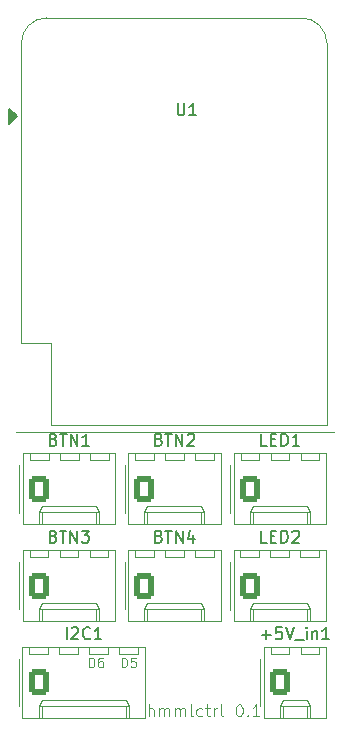
<source format=gto>
G04 #@! TF.GenerationSoftware,KiCad,Pcbnew,8.0.4*
G04 #@! TF.CreationDate,2024-07-25T20:39:47+02:00*
G04 #@! TF.ProjectId,hmmctrl,686d6d63-7472-46c2-9e6b-696361645f70,rev?*
G04 #@! TF.SameCoordinates,Original*
G04 #@! TF.FileFunction,Legend,Top*
G04 #@! TF.FilePolarity,Positive*
%FSLAX46Y46*%
G04 Gerber Fmt 4.6, Leading zero omitted, Abs format (unit mm)*
G04 Created by KiCad (PCBNEW 8.0.4) date 2024-07-25 20:39:47*
%MOMM*%
%LPD*%
G01*
G04 APERTURE LIST*
G04 Aperture macros list*
%AMRoundRect*
0 Rectangle with rounded corners*
0 $1 Rounding radius*
0 $2 $3 $4 $5 $6 $7 $8 $9 X,Y pos of 4 corners*
0 Add a 4 corners polygon primitive as box body*
4,1,4,$2,$3,$4,$5,$6,$7,$8,$9,$2,$3,0*
0 Add four circle primitives for the rounded corners*
1,1,$1+$1,$2,$3*
1,1,$1+$1,$4,$5*
1,1,$1+$1,$6,$7*
1,1,$1+$1,$8,$9*
0 Add four rect primitives between the rounded corners*
20,1,$1+$1,$2,$3,$4,$5,0*
20,1,$1+$1,$4,$5,$6,$7,0*
20,1,$1+$1,$6,$7,$8,$9,0*
20,1,$1+$1,$8,$9,$2,$3,0*%
G04 Aperture macros list end*
%ADD10C,0.100000*%
%ADD11C,0.150000*%
%ADD12C,0.120000*%
%ADD13RoundRect,0.250000X-0.620000X-0.845000X0.620000X-0.845000X0.620000X0.845000X-0.620000X0.845000X0*%
%ADD14O,1.740000X2.190000*%
%ADD15R,2.000000X2.000000*%
%ADD16O,2.000000X1.600000*%
%ADD17C,0.600000*%
G04 APERTURE END LIST*
D10*
X100033884Y-89092419D02*
X100033884Y-88092419D01*
X100462455Y-89092419D02*
X100462455Y-88568609D01*
X100462455Y-88568609D02*
X100414836Y-88473371D01*
X100414836Y-88473371D02*
X100319598Y-88425752D01*
X100319598Y-88425752D02*
X100176741Y-88425752D01*
X100176741Y-88425752D02*
X100081503Y-88473371D01*
X100081503Y-88473371D02*
X100033884Y-88520990D01*
X100938646Y-89092419D02*
X100938646Y-88425752D01*
X100938646Y-88520990D02*
X100986265Y-88473371D01*
X100986265Y-88473371D02*
X101081503Y-88425752D01*
X101081503Y-88425752D02*
X101224360Y-88425752D01*
X101224360Y-88425752D02*
X101319598Y-88473371D01*
X101319598Y-88473371D02*
X101367217Y-88568609D01*
X101367217Y-88568609D02*
X101367217Y-89092419D01*
X101367217Y-88568609D02*
X101414836Y-88473371D01*
X101414836Y-88473371D02*
X101510074Y-88425752D01*
X101510074Y-88425752D02*
X101652931Y-88425752D01*
X101652931Y-88425752D02*
X101748170Y-88473371D01*
X101748170Y-88473371D02*
X101795789Y-88568609D01*
X101795789Y-88568609D02*
X101795789Y-89092419D01*
X102271979Y-89092419D02*
X102271979Y-88425752D01*
X102271979Y-88520990D02*
X102319598Y-88473371D01*
X102319598Y-88473371D02*
X102414836Y-88425752D01*
X102414836Y-88425752D02*
X102557693Y-88425752D01*
X102557693Y-88425752D02*
X102652931Y-88473371D01*
X102652931Y-88473371D02*
X102700550Y-88568609D01*
X102700550Y-88568609D02*
X102700550Y-89092419D01*
X102700550Y-88568609D02*
X102748169Y-88473371D01*
X102748169Y-88473371D02*
X102843407Y-88425752D01*
X102843407Y-88425752D02*
X102986264Y-88425752D01*
X102986264Y-88425752D02*
X103081503Y-88473371D01*
X103081503Y-88473371D02*
X103129122Y-88568609D01*
X103129122Y-88568609D02*
X103129122Y-89092419D01*
X103748169Y-89092419D02*
X103652931Y-89044800D01*
X103652931Y-89044800D02*
X103605312Y-88949561D01*
X103605312Y-88949561D02*
X103605312Y-88092419D01*
X104557693Y-89044800D02*
X104462455Y-89092419D01*
X104462455Y-89092419D02*
X104271979Y-89092419D01*
X104271979Y-89092419D02*
X104176741Y-89044800D01*
X104176741Y-89044800D02*
X104129122Y-88997180D01*
X104129122Y-88997180D02*
X104081503Y-88901942D01*
X104081503Y-88901942D02*
X104081503Y-88616228D01*
X104081503Y-88616228D02*
X104129122Y-88520990D01*
X104129122Y-88520990D02*
X104176741Y-88473371D01*
X104176741Y-88473371D02*
X104271979Y-88425752D01*
X104271979Y-88425752D02*
X104462455Y-88425752D01*
X104462455Y-88425752D02*
X104557693Y-88473371D01*
X104843408Y-88425752D02*
X105224360Y-88425752D01*
X104986265Y-88092419D02*
X104986265Y-88949561D01*
X104986265Y-88949561D02*
X105033884Y-89044800D01*
X105033884Y-89044800D02*
X105129122Y-89092419D01*
X105129122Y-89092419D02*
X105224360Y-89092419D01*
X105557694Y-89092419D02*
X105557694Y-88425752D01*
X105557694Y-88616228D02*
X105605313Y-88520990D01*
X105605313Y-88520990D02*
X105652932Y-88473371D01*
X105652932Y-88473371D02*
X105748170Y-88425752D01*
X105748170Y-88425752D02*
X105843408Y-88425752D01*
X106319599Y-89092419D02*
X106224361Y-89044800D01*
X106224361Y-89044800D02*
X106176742Y-88949561D01*
X106176742Y-88949561D02*
X106176742Y-88092419D01*
X107652933Y-88092419D02*
X107748171Y-88092419D01*
X107748171Y-88092419D02*
X107843409Y-88140038D01*
X107843409Y-88140038D02*
X107891028Y-88187657D01*
X107891028Y-88187657D02*
X107938647Y-88282895D01*
X107938647Y-88282895D02*
X107986266Y-88473371D01*
X107986266Y-88473371D02*
X107986266Y-88711466D01*
X107986266Y-88711466D02*
X107938647Y-88901942D01*
X107938647Y-88901942D02*
X107891028Y-88997180D01*
X107891028Y-88997180D02*
X107843409Y-89044800D01*
X107843409Y-89044800D02*
X107748171Y-89092419D01*
X107748171Y-89092419D02*
X107652933Y-89092419D01*
X107652933Y-89092419D02*
X107557695Y-89044800D01*
X107557695Y-89044800D02*
X107510076Y-88997180D01*
X107510076Y-88997180D02*
X107462457Y-88901942D01*
X107462457Y-88901942D02*
X107414838Y-88711466D01*
X107414838Y-88711466D02*
X107414838Y-88473371D01*
X107414838Y-88473371D02*
X107462457Y-88282895D01*
X107462457Y-88282895D02*
X107510076Y-88187657D01*
X107510076Y-88187657D02*
X107557695Y-88140038D01*
X107557695Y-88140038D02*
X107652933Y-88092419D01*
X108414838Y-88997180D02*
X108462457Y-89044800D01*
X108462457Y-89044800D02*
X108414838Y-89092419D01*
X108414838Y-89092419D02*
X108367219Y-89044800D01*
X108367219Y-89044800D02*
X108414838Y-88997180D01*
X108414838Y-88997180D02*
X108414838Y-89092419D01*
X109414837Y-89092419D02*
X108843409Y-89092419D01*
X109129123Y-89092419D02*
X109129123Y-88092419D01*
X109129123Y-88092419D02*
X109033885Y-88235276D01*
X109033885Y-88235276D02*
X108938647Y-88330514D01*
X108938647Y-88330514D02*
X108843409Y-88378133D01*
X88800000Y-65000000D02*
X115700000Y-65000000D01*
D11*
X93087619Y-82564819D02*
X93087619Y-81564819D01*
X93516190Y-81660057D02*
X93563809Y-81612438D01*
X93563809Y-81612438D02*
X93659047Y-81564819D01*
X93659047Y-81564819D02*
X93897142Y-81564819D01*
X93897142Y-81564819D02*
X93992380Y-81612438D01*
X93992380Y-81612438D02*
X94039999Y-81660057D01*
X94039999Y-81660057D02*
X94087618Y-81755295D01*
X94087618Y-81755295D02*
X94087618Y-81850533D01*
X94087618Y-81850533D02*
X94039999Y-81993390D01*
X94039999Y-81993390D02*
X93468571Y-82564819D01*
X93468571Y-82564819D02*
X94087618Y-82564819D01*
X95087618Y-82469580D02*
X95039999Y-82517200D01*
X95039999Y-82517200D02*
X94897142Y-82564819D01*
X94897142Y-82564819D02*
X94801904Y-82564819D01*
X94801904Y-82564819D02*
X94659047Y-82517200D01*
X94659047Y-82517200D02*
X94563809Y-82421961D01*
X94563809Y-82421961D02*
X94516190Y-82326723D01*
X94516190Y-82326723D02*
X94468571Y-82136247D01*
X94468571Y-82136247D02*
X94468571Y-81993390D01*
X94468571Y-81993390D02*
X94516190Y-81802914D01*
X94516190Y-81802914D02*
X94563809Y-81707676D01*
X94563809Y-81707676D02*
X94659047Y-81612438D01*
X94659047Y-81612438D02*
X94801904Y-81564819D01*
X94801904Y-81564819D02*
X94897142Y-81564819D01*
X94897142Y-81564819D02*
X95039999Y-81612438D01*
X95039999Y-81612438D02*
X95087618Y-81660057D01*
X96039999Y-82564819D02*
X95468571Y-82564819D01*
X95754285Y-82564819D02*
X95754285Y-81564819D01*
X95754285Y-81564819D02*
X95659047Y-81707676D01*
X95659047Y-81707676D02*
X95563809Y-81802914D01*
X95563809Y-81802914D02*
X95468571Y-81850533D01*
D10*
X94986265Y-84926895D02*
X94986265Y-84126895D01*
X94986265Y-84126895D02*
X95176741Y-84126895D01*
X95176741Y-84126895D02*
X95291027Y-84164990D01*
X95291027Y-84164990D02*
X95367217Y-84241180D01*
X95367217Y-84241180D02*
X95405312Y-84317371D01*
X95405312Y-84317371D02*
X95443408Y-84469752D01*
X95443408Y-84469752D02*
X95443408Y-84584038D01*
X95443408Y-84584038D02*
X95405312Y-84736419D01*
X95405312Y-84736419D02*
X95367217Y-84812609D01*
X95367217Y-84812609D02*
X95291027Y-84888800D01*
X95291027Y-84888800D02*
X95176741Y-84926895D01*
X95176741Y-84926895D02*
X94986265Y-84926895D01*
X96129122Y-84126895D02*
X95976741Y-84126895D01*
X95976741Y-84126895D02*
X95900550Y-84164990D01*
X95900550Y-84164990D02*
X95862455Y-84203085D01*
X95862455Y-84203085D02*
X95786265Y-84317371D01*
X95786265Y-84317371D02*
X95748169Y-84469752D01*
X95748169Y-84469752D02*
X95748169Y-84774514D01*
X95748169Y-84774514D02*
X95786265Y-84850704D01*
X95786265Y-84850704D02*
X95824360Y-84888800D01*
X95824360Y-84888800D02*
X95900550Y-84926895D01*
X95900550Y-84926895D02*
X96052931Y-84926895D01*
X96052931Y-84926895D02*
X96129122Y-84888800D01*
X96129122Y-84888800D02*
X96167217Y-84850704D01*
X96167217Y-84850704D02*
X96205312Y-84774514D01*
X96205312Y-84774514D02*
X96205312Y-84584038D01*
X96205312Y-84584038D02*
X96167217Y-84507847D01*
X96167217Y-84507847D02*
X96129122Y-84469752D01*
X96129122Y-84469752D02*
X96052931Y-84431657D01*
X96052931Y-84431657D02*
X95900550Y-84431657D01*
X95900550Y-84431657D02*
X95824360Y-84469752D01*
X95824360Y-84469752D02*
X95786265Y-84507847D01*
X95786265Y-84507847D02*
X95748169Y-84584038D01*
X97767218Y-84926895D02*
X97767218Y-84126895D01*
X97767218Y-84126895D02*
X97957694Y-84126895D01*
X97957694Y-84126895D02*
X98071980Y-84164990D01*
X98071980Y-84164990D02*
X98148170Y-84241180D01*
X98148170Y-84241180D02*
X98186265Y-84317371D01*
X98186265Y-84317371D02*
X98224361Y-84469752D01*
X98224361Y-84469752D02*
X98224361Y-84584038D01*
X98224361Y-84584038D02*
X98186265Y-84736419D01*
X98186265Y-84736419D02*
X98148170Y-84812609D01*
X98148170Y-84812609D02*
X98071980Y-84888800D01*
X98071980Y-84888800D02*
X97957694Y-84926895D01*
X97957694Y-84926895D02*
X97767218Y-84926895D01*
X98948170Y-84126895D02*
X98567218Y-84126895D01*
X98567218Y-84126895D02*
X98529122Y-84507847D01*
X98529122Y-84507847D02*
X98567218Y-84469752D01*
X98567218Y-84469752D02*
X98643408Y-84431657D01*
X98643408Y-84431657D02*
X98833884Y-84431657D01*
X98833884Y-84431657D02*
X98910075Y-84469752D01*
X98910075Y-84469752D02*
X98948170Y-84507847D01*
X98948170Y-84507847D02*
X98986265Y-84584038D01*
X98986265Y-84584038D02*
X98986265Y-84774514D01*
X98986265Y-84774514D02*
X98948170Y-84850704D01*
X98948170Y-84850704D02*
X98910075Y-84888800D01*
X98910075Y-84888800D02*
X98833884Y-84926895D01*
X98833884Y-84926895D02*
X98643408Y-84926895D01*
X98643408Y-84926895D02*
X98567218Y-84888800D01*
X98567218Y-84888800D02*
X98529122Y-84850704D01*
D11*
X91990476Y-65661009D02*
X92133333Y-65708628D01*
X92133333Y-65708628D02*
X92180952Y-65756247D01*
X92180952Y-65756247D02*
X92228571Y-65851485D01*
X92228571Y-65851485D02*
X92228571Y-65994342D01*
X92228571Y-65994342D02*
X92180952Y-66089580D01*
X92180952Y-66089580D02*
X92133333Y-66137200D01*
X92133333Y-66137200D02*
X92038095Y-66184819D01*
X92038095Y-66184819D02*
X91657143Y-66184819D01*
X91657143Y-66184819D02*
X91657143Y-65184819D01*
X91657143Y-65184819D02*
X91990476Y-65184819D01*
X91990476Y-65184819D02*
X92085714Y-65232438D01*
X92085714Y-65232438D02*
X92133333Y-65280057D01*
X92133333Y-65280057D02*
X92180952Y-65375295D01*
X92180952Y-65375295D02*
X92180952Y-65470533D01*
X92180952Y-65470533D02*
X92133333Y-65565771D01*
X92133333Y-65565771D02*
X92085714Y-65613390D01*
X92085714Y-65613390D02*
X91990476Y-65661009D01*
X91990476Y-65661009D02*
X91657143Y-65661009D01*
X92514286Y-65184819D02*
X93085714Y-65184819D01*
X92800000Y-66184819D02*
X92800000Y-65184819D01*
X93419048Y-66184819D02*
X93419048Y-65184819D01*
X93419048Y-65184819D02*
X93990476Y-66184819D01*
X93990476Y-66184819D02*
X93990476Y-65184819D01*
X94990476Y-66184819D02*
X94419048Y-66184819D01*
X94704762Y-66184819D02*
X94704762Y-65184819D01*
X94704762Y-65184819D02*
X94609524Y-65327676D01*
X94609524Y-65327676D02*
X94514286Y-65422914D01*
X94514286Y-65422914D02*
X94419048Y-65470533D01*
X100905476Y-73861009D02*
X101048333Y-73908628D01*
X101048333Y-73908628D02*
X101095952Y-73956247D01*
X101095952Y-73956247D02*
X101143571Y-74051485D01*
X101143571Y-74051485D02*
X101143571Y-74194342D01*
X101143571Y-74194342D02*
X101095952Y-74289580D01*
X101095952Y-74289580D02*
X101048333Y-74337200D01*
X101048333Y-74337200D02*
X100953095Y-74384819D01*
X100953095Y-74384819D02*
X100572143Y-74384819D01*
X100572143Y-74384819D02*
X100572143Y-73384819D01*
X100572143Y-73384819D02*
X100905476Y-73384819D01*
X100905476Y-73384819D02*
X101000714Y-73432438D01*
X101000714Y-73432438D02*
X101048333Y-73480057D01*
X101048333Y-73480057D02*
X101095952Y-73575295D01*
X101095952Y-73575295D02*
X101095952Y-73670533D01*
X101095952Y-73670533D02*
X101048333Y-73765771D01*
X101048333Y-73765771D02*
X101000714Y-73813390D01*
X101000714Y-73813390D02*
X100905476Y-73861009D01*
X100905476Y-73861009D02*
X100572143Y-73861009D01*
X101429286Y-73384819D02*
X102000714Y-73384819D01*
X101715000Y-74384819D02*
X101715000Y-73384819D01*
X102334048Y-74384819D02*
X102334048Y-73384819D01*
X102334048Y-73384819D02*
X102905476Y-74384819D01*
X102905476Y-74384819D02*
X102905476Y-73384819D01*
X103810238Y-73718152D02*
X103810238Y-74384819D01*
X103572143Y-73337200D02*
X103334048Y-74051485D01*
X103334048Y-74051485D02*
X103953095Y-74051485D01*
X91980476Y-73861009D02*
X92123333Y-73908628D01*
X92123333Y-73908628D02*
X92170952Y-73956247D01*
X92170952Y-73956247D02*
X92218571Y-74051485D01*
X92218571Y-74051485D02*
X92218571Y-74194342D01*
X92218571Y-74194342D02*
X92170952Y-74289580D01*
X92170952Y-74289580D02*
X92123333Y-74337200D01*
X92123333Y-74337200D02*
X92028095Y-74384819D01*
X92028095Y-74384819D02*
X91647143Y-74384819D01*
X91647143Y-74384819D02*
X91647143Y-73384819D01*
X91647143Y-73384819D02*
X91980476Y-73384819D01*
X91980476Y-73384819D02*
X92075714Y-73432438D01*
X92075714Y-73432438D02*
X92123333Y-73480057D01*
X92123333Y-73480057D02*
X92170952Y-73575295D01*
X92170952Y-73575295D02*
X92170952Y-73670533D01*
X92170952Y-73670533D02*
X92123333Y-73765771D01*
X92123333Y-73765771D02*
X92075714Y-73813390D01*
X92075714Y-73813390D02*
X91980476Y-73861009D01*
X91980476Y-73861009D02*
X91647143Y-73861009D01*
X92504286Y-73384819D02*
X93075714Y-73384819D01*
X92790000Y-74384819D02*
X92790000Y-73384819D01*
X93409048Y-74384819D02*
X93409048Y-73384819D01*
X93409048Y-73384819D02*
X93980476Y-74384819D01*
X93980476Y-74384819D02*
X93980476Y-73384819D01*
X94361429Y-73384819D02*
X94980476Y-73384819D01*
X94980476Y-73384819D02*
X94647143Y-73765771D01*
X94647143Y-73765771D02*
X94790000Y-73765771D01*
X94790000Y-73765771D02*
X94885238Y-73813390D01*
X94885238Y-73813390D02*
X94932857Y-73861009D01*
X94932857Y-73861009D02*
X94980476Y-73956247D01*
X94980476Y-73956247D02*
X94980476Y-74194342D01*
X94980476Y-74194342D02*
X94932857Y-74289580D01*
X94932857Y-74289580D02*
X94885238Y-74337200D01*
X94885238Y-74337200D02*
X94790000Y-74384819D01*
X94790000Y-74384819D02*
X94504286Y-74384819D01*
X94504286Y-74384819D02*
X94409048Y-74337200D01*
X94409048Y-74337200D02*
X94361429Y-74289580D01*
X110040952Y-66184819D02*
X109564762Y-66184819D01*
X109564762Y-66184819D02*
X109564762Y-65184819D01*
X110374286Y-65661009D02*
X110707619Y-65661009D01*
X110850476Y-66184819D02*
X110374286Y-66184819D01*
X110374286Y-66184819D02*
X110374286Y-65184819D01*
X110374286Y-65184819D02*
X110850476Y-65184819D01*
X111279048Y-66184819D02*
X111279048Y-65184819D01*
X111279048Y-65184819D02*
X111517143Y-65184819D01*
X111517143Y-65184819D02*
X111660000Y-65232438D01*
X111660000Y-65232438D02*
X111755238Y-65327676D01*
X111755238Y-65327676D02*
X111802857Y-65422914D01*
X111802857Y-65422914D02*
X111850476Y-65613390D01*
X111850476Y-65613390D02*
X111850476Y-65756247D01*
X111850476Y-65756247D02*
X111802857Y-65946723D01*
X111802857Y-65946723D02*
X111755238Y-66041961D01*
X111755238Y-66041961D02*
X111660000Y-66137200D01*
X111660000Y-66137200D02*
X111517143Y-66184819D01*
X111517143Y-66184819D02*
X111279048Y-66184819D01*
X112802857Y-66184819D02*
X112231429Y-66184819D01*
X112517143Y-66184819D02*
X112517143Y-65184819D01*
X112517143Y-65184819D02*
X112421905Y-65327676D01*
X112421905Y-65327676D02*
X112326667Y-65422914D01*
X112326667Y-65422914D02*
X112231429Y-65470533D01*
X100900476Y-65661009D02*
X101043333Y-65708628D01*
X101043333Y-65708628D02*
X101090952Y-65756247D01*
X101090952Y-65756247D02*
X101138571Y-65851485D01*
X101138571Y-65851485D02*
X101138571Y-65994342D01*
X101138571Y-65994342D02*
X101090952Y-66089580D01*
X101090952Y-66089580D02*
X101043333Y-66137200D01*
X101043333Y-66137200D02*
X100948095Y-66184819D01*
X100948095Y-66184819D02*
X100567143Y-66184819D01*
X100567143Y-66184819D02*
X100567143Y-65184819D01*
X100567143Y-65184819D02*
X100900476Y-65184819D01*
X100900476Y-65184819D02*
X100995714Y-65232438D01*
X100995714Y-65232438D02*
X101043333Y-65280057D01*
X101043333Y-65280057D02*
X101090952Y-65375295D01*
X101090952Y-65375295D02*
X101090952Y-65470533D01*
X101090952Y-65470533D02*
X101043333Y-65565771D01*
X101043333Y-65565771D02*
X100995714Y-65613390D01*
X100995714Y-65613390D02*
X100900476Y-65661009D01*
X100900476Y-65661009D02*
X100567143Y-65661009D01*
X101424286Y-65184819D02*
X101995714Y-65184819D01*
X101710000Y-66184819D02*
X101710000Y-65184819D01*
X102329048Y-66184819D02*
X102329048Y-65184819D01*
X102329048Y-65184819D02*
X102900476Y-66184819D01*
X102900476Y-66184819D02*
X102900476Y-65184819D01*
X103329048Y-65280057D02*
X103376667Y-65232438D01*
X103376667Y-65232438D02*
X103471905Y-65184819D01*
X103471905Y-65184819D02*
X103710000Y-65184819D01*
X103710000Y-65184819D02*
X103805238Y-65232438D01*
X103805238Y-65232438D02*
X103852857Y-65280057D01*
X103852857Y-65280057D02*
X103900476Y-65375295D01*
X103900476Y-65375295D02*
X103900476Y-65470533D01*
X103900476Y-65470533D02*
X103852857Y-65613390D01*
X103852857Y-65613390D02*
X103281429Y-66184819D01*
X103281429Y-66184819D02*
X103900476Y-66184819D01*
X109596667Y-82183866D02*
X110358572Y-82183866D01*
X109977619Y-82564819D02*
X109977619Y-81802914D01*
X111310952Y-81564819D02*
X110834762Y-81564819D01*
X110834762Y-81564819D02*
X110787143Y-82041009D01*
X110787143Y-82041009D02*
X110834762Y-81993390D01*
X110834762Y-81993390D02*
X110930000Y-81945771D01*
X110930000Y-81945771D02*
X111168095Y-81945771D01*
X111168095Y-81945771D02*
X111263333Y-81993390D01*
X111263333Y-81993390D02*
X111310952Y-82041009D01*
X111310952Y-82041009D02*
X111358571Y-82136247D01*
X111358571Y-82136247D02*
X111358571Y-82374342D01*
X111358571Y-82374342D02*
X111310952Y-82469580D01*
X111310952Y-82469580D02*
X111263333Y-82517200D01*
X111263333Y-82517200D02*
X111168095Y-82564819D01*
X111168095Y-82564819D02*
X110930000Y-82564819D01*
X110930000Y-82564819D02*
X110834762Y-82517200D01*
X110834762Y-82517200D02*
X110787143Y-82469580D01*
X111644286Y-81564819D02*
X111977619Y-82564819D01*
X111977619Y-82564819D02*
X112310952Y-81564819D01*
X112406191Y-82660057D02*
X113168095Y-82660057D01*
X113406191Y-82564819D02*
X113406191Y-81898152D01*
X113406191Y-81564819D02*
X113358572Y-81612438D01*
X113358572Y-81612438D02*
X113406191Y-81660057D01*
X113406191Y-81660057D02*
X113453810Y-81612438D01*
X113453810Y-81612438D02*
X113406191Y-81564819D01*
X113406191Y-81564819D02*
X113406191Y-81660057D01*
X113882381Y-81898152D02*
X113882381Y-82564819D01*
X113882381Y-81993390D02*
X113930000Y-81945771D01*
X113930000Y-81945771D02*
X114025238Y-81898152D01*
X114025238Y-81898152D02*
X114168095Y-81898152D01*
X114168095Y-81898152D02*
X114263333Y-81945771D01*
X114263333Y-81945771D02*
X114310952Y-82041009D01*
X114310952Y-82041009D02*
X114310952Y-82564819D01*
X115310952Y-82564819D02*
X114739524Y-82564819D01*
X115025238Y-82564819D02*
X115025238Y-81564819D01*
X115025238Y-81564819D02*
X114930000Y-81707676D01*
X114930000Y-81707676D02*
X114834762Y-81802914D01*
X114834762Y-81802914D02*
X114739524Y-81850533D01*
X110020952Y-74389819D02*
X109544762Y-74389819D01*
X109544762Y-74389819D02*
X109544762Y-73389819D01*
X110354286Y-73866009D02*
X110687619Y-73866009D01*
X110830476Y-74389819D02*
X110354286Y-74389819D01*
X110354286Y-74389819D02*
X110354286Y-73389819D01*
X110354286Y-73389819D02*
X110830476Y-73389819D01*
X111259048Y-74389819D02*
X111259048Y-73389819D01*
X111259048Y-73389819D02*
X111497143Y-73389819D01*
X111497143Y-73389819D02*
X111640000Y-73437438D01*
X111640000Y-73437438D02*
X111735238Y-73532676D01*
X111735238Y-73532676D02*
X111782857Y-73627914D01*
X111782857Y-73627914D02*
X111830476Y-73818390D01*
X111830476Y-73818390D02*
X111830476Y-73961247D01*
X111830476Y-73961247D02*
X111782857Y-74151723D01*
X111782857Y-74151723D02*
X111735238Y-74246961D01*
X111735238Y-74246961D02*
X111640000Y-74342200D01*
X111640000Y-74342200D02*
X111497143Y-74389819D01*
X111497143Y-74389819D02*
X111259048Y-74389819D01*
X112211429Y-73485057D02*
X112259048Y-73437438D01*
X112259048Y-73437438D02*
X112354286Y-73389819D01*
X112354286Y-73389819D02*
X112592381Y-73389819D01*
X112592381Y-73389819D02*
X112687619Y-73437438D01*
X112687619Y-73437438D02*
X112735238Y-73485057D01*
X112735238Y-73485057D02*
X112782857Y-73580295D01*
X112782857Y-73580295D02*
X112782857Y-73675533D01*
X112782857Y-73675533D02*
X112735238Y-73818390D01*
X112735238Y-73818390D02*
X112163810Y-74389819D01*
X112163810Y-74389819D02*
X112782857Y-74389819D01*
X102488095Y-37204819D02*
X102488095Y-38014342D01*
X102488095Y-38014342D02*
X102535714Y-38109580D01*
X102535714Y-38109580D02*
X102583333Y-38157200D01*
X102583333Y-38157200D02*
X102678571Y-38204819D01*
X102678571Y-38204819D02*
X102869047Y-38204819D01*
X102869047Y-38204819D02*
X102964285Y-38157200D01*
X102964285Y-38157200D02*
X103011904Y-38109580D01*
X103011904Y-38109580D02*
X103059523Y-38014342D01*
X103059523Y-38014342D02*
X103059523Y-37204819D01*
X104059523Y-38204819D02*
X103488095Y-38204819D01*
X103773809Y-38204819D02*
X103773809Y-37204819D01*
X103773809Y-37204819D02*
X103678571Y-37347676D01*
X103678571Y-37347676D02*
X103583333Y-37442914D01*
X103583333Y-37442914D02*
X103488095Y-37490533D01*
D12*
X89060000Y-84230000D02*
X89060000Y-88230000D01*
X89350000Y-83200000D02*
X89350000Y-89220000D01*
X89350000Y-89220000D02*
X99730000Y-89220000D01*
X89930000Y-83200000D02*
X89930000Y-83800000D01*
X89930000Y-83800000D02*
X91530000Y-83800000D01*
X90730000Y-88220000D02*
X90980000Y-87690000D01*
X90730000Y-88220000D02*
X98350000Y-88220000D01*
X90730000Y-89220000D02*
X90730000Y-88220000D01*
X90980000Y-87690000D02*
X98100000Y-87690000D01*
X90980000Y-89220000D02*
X90980000Y-88220000D01*
X91530000Y-83800000D02*
X91530000Y-83200000D01*
X92470000Y-83200000D02*
X92470000Y-83800000D01*
X92470000Y-83800000D02*
X94070000Y-83800000D01*
X94070000Y-83800000D02*
X94070000Y-83200000D01*
X95010000Y-83200000D02*
X95010000Y-83800000D01*
X95010000Y-83800000D02*
X96610000Y-83800000D01*
X96610000Y-83800000D02*
X96610000Y-83200000D01*
X97550000Y-83200000D02*
X97550000Y-83800000D01*
X97550000Y-83800000D02*
X99150000Y-83800000D01*
X98100000Y-87690000D02*
X98350000Y-88220000D01*
X98100000Y-89220000D02*
X98100000Y-88220000D01*
X98350000Y-88220000D02*
X98350000Y-89220000D01*
X99150000Y-83800000D02*
X99150000Y-83200000D01*
X99730000Y-83200000D02*
X89350000Y-83200000D01*
X99730000Y-89220000D02*
X99730000Y-83200000D01*
X89090000Y-67850000D02*
X89090000Y-71850000D01*
X89380000Y-66820000D02*
X89380000Y-72840000D01*
X89380000Y-72840000D02*
X97220000Y-72840000D01*
X89960000Y-66820000D02*
X89960000Y-67420000D01*
X89960000Y-67420000D02*
X91560000Y-67420000D01*
X90760000Y-71840000D02*
X91010000Y-71310000D01*
X90760000Y-71840000D02*
X95840000Y-71840000D01*
X90760000Y-72840000D02*
X90760000Y-71840000D01*
X91010000Y-71310000D02*
X95590000Y-71310000D01*
X91010000Y-72840000D02*
X91010000Y-71840000D01*
X91560000Y-67420000D02*
X91560000Y-66820000D01*
X92500000Y-66820000D02*
X92500000Y-67420000D01*
X92500000Y-67420000D02*
X94100000Y-67420000D01*
X94100000Y-67420000D02*
X94100000Y-66820000D01*
X95040000Y-66820000D02*
X95040000Y-67420000D01*
X95040000Y-67420000D02*
X96640000Y-67420000D01*
X95590000Y-71310000D02*
X95840000Y-71840000D01*
X95590000Y-72840000D02*
X95590000Y-71840000D01*
X95840000Y-71840000D02*
X95840000Y-72840000D01*
X96640000Y-67420000D02*
X96640000Y-66820000D01*
X97220000Y-66820000D02*
X89380000Y-66820000D01*
X97220000Y-72840000D02*
X97220000Y-66820000D01*
X98005000Y-76050000D02*
X98005000Y-80050000D01*
X98295000Y-75020000D02*
X98295000Y-81040000D01*
X98295000Y-81040000D02*
X106135000Y-81040000D01*
X98875000Y-75020000D02*
X98875000Y-75620000D01*
X98875000Y-75620000D02*
X100475000Y-75620000D01*
X99675000Y-80040000D02*
X99925000Y-79510000D01*
X99675000Y-80040000D02*
X104755000Y-80040000D01*
X99675000Y-81040000D02*
X99675000Y-80040000D01*
X99925000Y-79510000D02*
X104505000Y-79510000D01*
X99925000Y-81040000D02*
X99925000Y-80040000D01*
X100475000Y-75620000D02*
X100475000Y-75020000D01*
X101415000Y-75020000D02*
X101415000Y-75620000D01*
X101415000Y-75620000D02*
X103015000Y-75620000D01*
X103015000Y-75620000D02*
X103015000Y-75020000D01*
X103955000Y-75020000D02*
X103955000Y-75620000D01*
X103955000Y-75620000D02*
X105555000Y-75620000D01*
X104505000Y-79510000D02*
X104755000Y-80040000D01*
X104505000Y-81040000D02*
X104505000Y-80040000D01*
X104755000Y-80040000D02*
X104755000Y-81040000D01*
X105555000Y-75620000D02*
X105555000Y-75020000D01*
X106135000Y-75020000D02*
X98295000Y-75020000D01*
X106135000Y-81040000D02*
X106135000Y-75020000D01*
X97210000Y-81040000D02*
X97210000Y-75020000D01*
X97210000Y-75020000D02*
X89370000Y-75020000D01*
X96630000Y-75620000D02*
X96630000Y-75020000D01*
X95830000Y-80040000D02*
X95830000Y-81040000D01*
X95580000Y-81040000D02*
X95580000Y-80040000D01*
X95580000Y-79510000D02*
X95830000Y-80040000D01*
X95030000Y-75620000D02*
X96630000Y-75620000D01*
X95030000Y-75020000D02*
X95030000Y-75620000D01*
X94090000Y-75620000D02*
X94090000Y-75020000D01*
X92490000Y-75620000D02*
X94090000Y-75620000D01*
X92490000Y-75020000D02*
X92490000Y-75620000D01*
X91550000Y-75620000D02*
X91550000Y-75020000D01*
X91000000Y-81040000D02*
X91000000Y-80040000D01*
X91000000Y-79510000D02*
X95580000Y-79510000D01*
X90750000Y-81040000D02*
X90750000Y-80040000D01*
X90750000Y-80040000D02*
X95830000Y-80040000D01*
X90750000Y-80040000D02*
X91000000Y-79510000D01*
X89950000Y-75620000D02*
X91550000Y-75620000D01*
X89950000Y-75020000D02*
X89950000Y-75620000D01*
X89370000Y-81040000D02*
X97210000Y-81040000D01*
X89370000Y-75020000D02*
X89370000Y-81040000D01*
X89080000Y-76050000D02*
X89080000Y-80050000D01*
X106950000Y-67850000D02*
X106950000Y-71850000D01*
X107240000Y-66820000D02*
X107240000Y-72840000D01*
X107240000Y-72840000D02*
X115080000Y-72840000D01*
X107820000Y-66820000D02*
X107820000Y-67420000D01*
X107820000Y-67420000D02*
X109420000Y-67420000D01*
X108620000Y-71840000D02*
X108870000Y-71310000D01*
X108620000Y-71840000D02*
X113700000Y-71840000D01*
X108620000Y-72840000D02*
X108620000Y-71840000D01*
X108870000Y-71310000D02*
X113450000Y-71310000D01*
X108870000Y-72840000D02*
X108870000Y-71840000D01*
X109420000Y-67420000D02*
X109420000Y-66820000D01*
X110360000Y-66820000D02*
X110360000Y-67420000D01*
X110360000Y-67420000D02*
X111960000Y-67420000D01*
X111960000Y-67420000D02*
X111960000Y-66820000D01*
X112900000Y-66820000D02*
X112900000Y-67420000D01*
X112900000Y-67420000D02*
X114500000Y-67420000D01*
X113450000Y-71310000D02*
X113700000Y-71840000D01*
X113450000Y-72840000D02*
X113450000Y-71840000D01*
X113700000Y-71840000D02*
X113700000Y-72840000D01*
X114500000Y-67420000D02*
X114500000Y-66820000D01*
X115080000Y-66820000D02*
X107240000Y-66820000D01*
X115080000Y-72840000D02*
X115080000Y-66820000D01*
X98000000Y-67850000D02*
X98000000Y-71850000D01*
X98290000Y-66820000D02*
X98290000Y-72840000D01*
X98290000Y-72840000D02*
X106130000Y-72840000D01*
X98870000Y-66820000D02*
X98870000Y-67420000D01*
X98870000Y-67420000D02*
X100470000Y-67420000D01*
X99670000Y-71840000D02*
X99920000Y-71310000D01*
X99670000Y-71840000D02*
X104750000Y-71840000D01*
X99670000Y-72840000D02*
X99670000Y-71840000D01*
X99920000Y-71310000D02*
X104500000Y-71310000D01*
X99920000Y-72840000D02*
X99920000Y-71840000D01*
X100470000Y-67420000D02*
X100470000Y-66820000D01*
X101410000Y-66820000D02*
X101410000Y-67420000D01*
X101410000Y-67420000D02*
X103010000Y-67420000D01*
X103010000Y-67420000D02*
X103010000Y-66820000D01*
X103950000Y-66820000D02*
X103950000Y-67420000D01*
X103950000Y-67420000D02*
X105550000Y-67420000D01*
X104500000Y-71310000D02*
X104750000Y-71840000D01*
X104500000Y-72840000D02*
X104500000Y-71840000D01*
X104750000Y-71840000D02*
X104750000Y-72840000D01*
X105550000Y-67420000D02*
X105550000Y-66820000D01*
X106130000Y-66820000D02*
X98290000Y-66820000D01*
X106130000Y-72840000D02*
X106130000Y-66820000D01*
X109490000Y-84230000D02*
X109490000Y-88230000D01*
X109780000Y-83200000D02*
X109780000Y-89220000D01*
X109780000Y-89220000D02*
X115080000Y-89220000D01*
X110360000Y-83200000D02*
X110360000Y-83800000D01*
X110360000Y-83800000D02*
X111960000Y-83800000D01*
X111160000Y-88220000D02*
X111410000Y-87690000D01*
X111160000Y-88220000D02*
X113700000Y-88220000D01*
X111160000Y-89220000D02*
X111160000Y-88220000D01*
X111410000Y-87690000D02*
X113450000Y-87690000D01*
X111410000Y-89220000D02*
X111410000Y-88220000D01*
X111960000Y-83800000D02*
X111960000Y-83200000D01*
X112900000Y-83200000D02*
X112900000Y-83800000D01*
X112900000Y-83800000D02*
X114500000Y-83800000D01*
X113450000Y-87690000D02*
X113700000Y-88220000D01*
X113450000Y-89220000D02*
X113450000Y-88220000D01*
X113700000Y-88220000D02*
X113700000Y-89220000D01*
X114500000Y-83800000D02*
X114500000Y-83200000D01*
X115080000Y-83200000D02*
X109780000Y-83200000D01*
X115080000Y-89220000D02*
X115080000Y-83200000D01*
X106930000Y-76055000D02*
X106930000Y-80055000D01*
X107220000Y-75025000D02*
X107220000Y-81045000D01*
X107220000Y-81045000D02*
X115060000Y-81045000D01*
X107800000Y-75025000D02*
X107800000Y-75625000D01*
X107800000Y-75625000D02*
X109400000Y-75625000D01*
X108600000Y-80045000D02*
X108850000Y-79515000D01*
X108600000Y-80045000D02*
X113680000Y-80045000D01*
X108600000Y-81045000D02*
X108600000Y-80045000D01*
X108850000Y-79515000D02*
X113430000Y-79515000D01*
X108850000Y-81045000D02*
X108850000Y-80045000D01*
X109400000Y-75625000D02*
X109400000Y-75025000D01*
X110340000Y-75025000D02*
X110340000Y-75625000D01*
X110340000Y-75625000D02*
X111940000Y-75625000D01*
X111940000Y-75625000D02*
X111940000Y-75025000D01*
X112880000Y-75025000D02*
X112880000Y-75625000D01*
X112880000Y-75625000D02*
X114480000Y-75625000D01*
X113430000Y-79515000D02*
X113680000Y-80045000D01*
X113430000Y-81045000D02*
X113430000Y-80045000D01*
X113680000Y-80045000D02*
X113680000Y-81045000D01*
X114480000Y-75625000D02*
X114480000Y-75025000D01*
X115060000Y-75025000D02*
X107220000Y-75025000D01*
X115060000Y-81045000D02*
X115060000Y-75025000D01*
X89255000Y-57530000D02*
X89255000Y-32100000D01*
X89255000Y-57530000D02*
X91795000Y-57530000D01*
X91795000Y-57530000D02*
X91795000Y-64430000D01*
X91795000Y-64430000D02*
X115115000Y-64430000D01*
X112995000Y-29970000D02*
X91385000Y-29970000D01*
X115115000Y-64430000D02*
X115115000Y-32100000D01*
X89255000Y-32100000D02*
G75*
G02*
X91385000Y-29970000I2130002J-2D01*
G01*
X112985000Y-29970000D02*
G75*
G02*
X115115000Y-32100000I0J-2130000D01*
G01*
D11*
X88850000Y-38310000D02*
X88215000Y-38945000D01*
X88215000Y-37675000D01*
X88850000Y-38310000D01*
G36*
X88850000Y-38310000D02*
G01*
X88215000Y-38945000D01*
X88215000Y-37675000D01*
X88850000Y-38310000D01*
G37*
%LPC*%
D13*
X90730000Y-86230000D03*
D14*
X93270000Y-86230000D03*
X95810000Y-86230000D03*
X98350000Y-86230000D03*
D13*
X90760000Y-69850000D03*
D14*
X93300000Y-69850000D03*
X95840000Y-69850000D03*
D13*
X99675000Y-78050000D03*
D14*
X102215000Y-78050000D03*
X104755000Y-78050000D03*
X95830000Y-78050000D03*
X93290000Y-78050000D03*
D13*
X90750000Y-78050000D03*
X108620000Y-69850000D03*
D14*
X111160000Y-69850000D03*
X113700000Y-69850000D03*
D13*
X99670000Y-69850000D03*
D14*
X102210000Y-69850000D03*
X104750000Y-69850000D03*
D13*
X111160000Y-86230000D03*
D14*
X113700000Y-86230000D03*
D13*
X108600000Y-78055000D03*
D14*
X111140000Y-78055000D03*
X113680000Y-78055000D03*
D15*
X90755000Y-38310000D03*
D16*
X90755000Y-40850000D03*
X90755000Y-43390000D03*
X90755000Y-45930000D03*
X90755000Y-48470000D03*
X90755000Y-51010000D03*
X90755000Y-53550000D03*
X90755000Y-56090000D03*
X113615000Y-56090000D03*
X113615000Y-53550000D03*
X113615000Y-51010000D03*
X113615000Y-48470000D03*
X113615000Y-45930000D03*
X113615000Y-43390000D03*
X113615000Y-40850000D03*
X113615000Y-38310000D03*
D17*
X108200000Y-43400000D03*
X108200000Y-45900000D03*
%LPD*%
M02*

</source>
